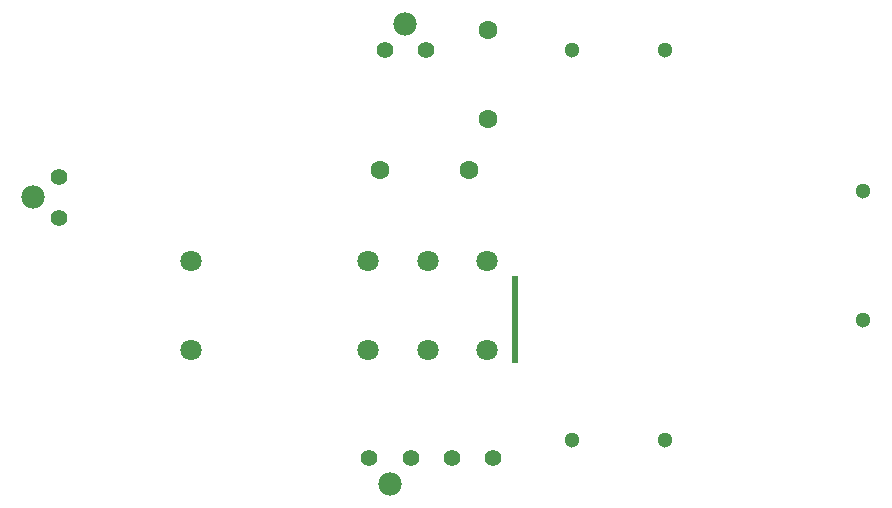
<source format=gbr>
G04 #@! TF.FileFunction,Copper,L2,Bot,Signal*
%FSLAX46Y46*%
G04 Gerber Fmt 4.6, Leading zero omitted, Abs format (unit mm)*
G04 Created by KiCad (PCBNEW 4.0.7-e2-6376~58~ubuntu16.04.1) date Mon Nov 27 21:16:57 2017*
%MOMM*%
%LPD*%
G01*
G04 APERTURE LIST*
%ADD10C,0.100000*%
%ADD11C,1.800000*%
%ADD12C,1.300000*%
%ADD13C,1.600000*%
%ADD14C,1.397000*%
%ADD15C,1.981000*%
%ADD16C,0.609600*%
%ADD17C,0.508000*%
G04 APERTURE END LIST*
D10*
D11*
X137094000Y-105530000D03*
X137094000Y-113030000D03*
X132094000Y-113030000D03*
X117094000Y-113030000D03*
X117094000Y-105530000D03*
X132094000Y-105530000D03*
X142094000Y-113030000D03*
X142094000Y-105530000D03*
D12*
X173990000Y-110490000D03*
X173990000Y-99590000D03*
D13*
X142240000Y-93472000D03*
X142250000Y-85972000D03*
X140589000Y-97790000D03*
X133089000Y-97780000D03*
D14*
X133477000Y-87630000D03*
X136977000Y-87630000D03*
D15*
X135227000Y-85400000D03*
D14*
X105918000Y-101854000D03*
X105918000Y-98354000D03*
D15*
X103688000Y-100104000D03*
D14*
X135664000Y-122174000D03*
X132164000Y-122174000D03*
D15*
X133914000Y-124404000D03*
D14*
X139164000Y-122174000D03*
X142664000Y-122174000D03*
D12*
X157226000Y-120650000D03*
X157226000Y-87650000D03*
X149352000Y-120650000D03*
X149352000Y-87650000D03*
D16*
X144526000Y-113919000D03*
X144526000Y-107061000D03*
D17*
X144526000Y-107061000D02*
X144526000Y-113919000D01*
M02*

</source>
